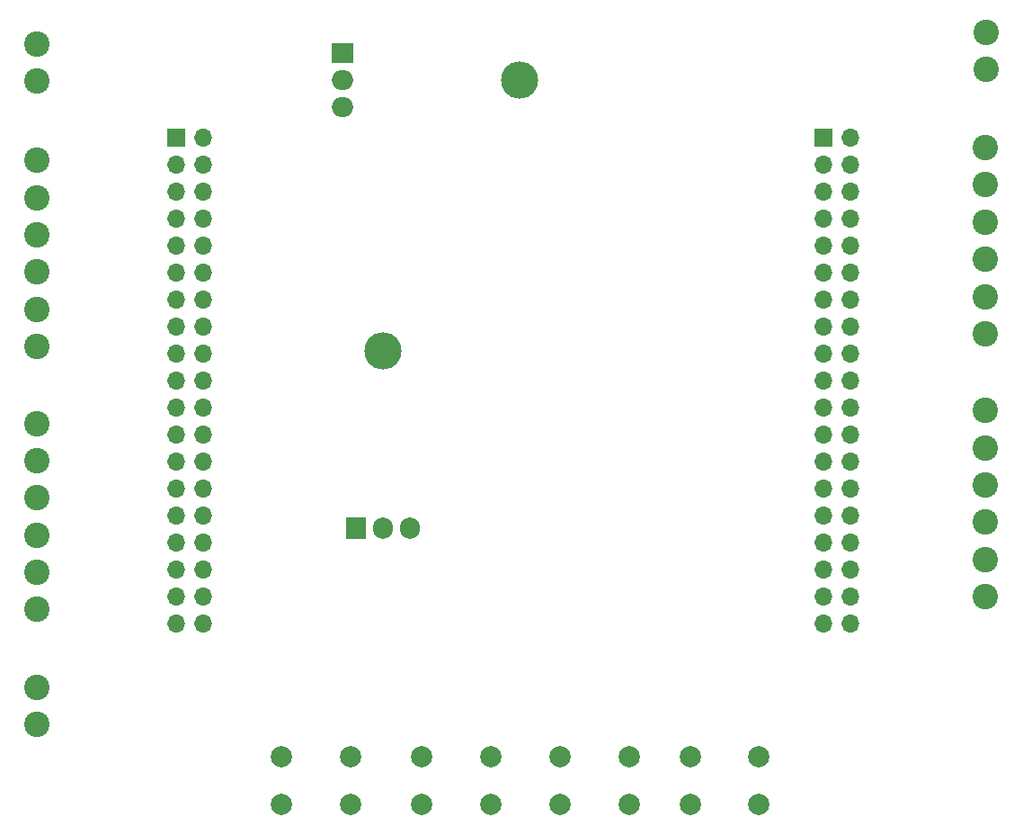
<source format=gbr>
%TF.GenerationSoftware,KiCad,Pcbnew,8.0.4-8.0.4-0~ubuntu22.04.1*%
%TF.CreationDate,2024-08-22T14:24:44+02:00*%
%TF.ProjectId,PCB_robot_controller,5043425f-726f-4626-9f74-5f636f6e7472,rev?*%
%TF.SameCoordinates,Original*%
%TF.FileFunction,Soldermask,Bot*%
%TF.FilePolarity,Negative*%
%FSLAX46Y46*%
G04 Gerber Fmt 4.6, Leading zero omitted, Abs format (unit mm)*
G04 Created by KiCad (PCBNEW 8.0.4-8.0.4-0~ubuntu22.04.1) date 2024-08-22 14:24:44*
%MOMM*%
%LPD*%
G01*
G04 APERTURE LIST*
%ADD10O,3.500000X3.500000*%
%ADD11R,2.000000X1.905000*%
%ADD12O,2.000000X1.905000*%
%ADD13C,2.400000*%
%ADD14C,2.000000*%
%ADD15R,1.905000X2.000000*%
%ADD16O,1.905000X2.000000*%
%ADD17R,1.700000X1.700000*%
%ADD18O,1.700000X1.700000*%
G04 APERTURE END LIST*
D10*
%TO.C,U1*%
X160850000Y-74725000D03*
D11*
X144190000Y-72185000D03*
D12*
X144190000Y-74725000D03*
X144190000Y-77265000D03*
%TD*%
D13*
%TO.C,POWER*%
X115420000Y-71300000D03*
X115420000Y-74800000D03*
%TD*%
D14*
%TO.C,SW4*%
X183420000Y-142850000D03*
X176920000Y-142850000D03*
X183420000Y-138350000D03*
X176920000Y-138350000D03*
%TD*%
D13*
%TO.C,COM*%
X204770000Y-73675000D03*
X204770000Y-70175000D03*
%TD*%
%TO.C,MOTOR4*%
X115420000Y-107010000D03*
X115420000Y-110510000D03*
X115420000Y-114010000D03*
X115420000Y-117510000D03*
X115420000Y-121010000D03*
X115420000Y-124510000D03*
%TD*%
D14*
%TO.C,SW2*%
X158170000Y-142850000D03*
X151670000Y-142850000D03*
X158170000Y-138350000D03*
X151670000Y-138350000D03*
%TD*%
D13*
%TO.C,MOTOR3*%
X115420000Y-82260000D03*
X115420000Y-85760000D03*
X115420000Y-89260000D03*
X115420000Y-92760000D03*
X115420000Y-96260000D03*
X115420000Y-99760000D03*
%TD*%
D10*
%TO.C,Q1*%
X148020000Y-100190000D03*
D15*
X145480000Y-116850000D03*
D16*
X148020000Y-116850000D03*
X150560000Y-116850000D03*
%TD*%
D13*
%TO.C,MOTOR2*%
X204740000Y-123300000D03*
X204740000Y-119800000D03*
X204740000Y-116300000D03*
X204740000Y-112800000D03*
X204740000Y-109300000D03*
X204740000Y-105800000D03*
%TD*%
%TO.C,MOTOR1*%
X204740000Y-98550000D03*
X204740000Y-95050000D03*
X204740000Y-91550000D03*
X204740000Y-88050000D03*
X204740000Y-84550000D03*
X204740000Y-81050000D03*
%TD*%
D14*
%TO.C,SW1*%
X144920000Y-142850000D03*
X138420000Y-142850000D03*
X144920000Y-138350000D03*
X138420000Y-138350000D03*
%TD*%
%TO.C,SW3*%
X171170000Y-142850000D03*
X164670000Y-142850000D03*
X171170000Y-138350000D03*
X164670000Y-138350000D03*
%TD*%
D13*
%TO.C,GRIPPER*%
X115420000Y-131800000D03*
X115420000Y-135300000D03*
%TD*%
D17*
%TO.C,J4*%
X189460000Y-80140000D03*
D18*
X192000000Y-80140000D03*
X189460000Y-82680000D03*
X192000000Y-82680000D03*
X189460000Y-85220000D03*
X192000000Y-85220000D03*
X189460000Y-87760000D03*
X192000000Y-87760000D03*
X189460000Y-90300000D03*
X192000000Y-90300000D03*
X189460000Y-92840000D03*
X192000000Y-92840000D03*
X189460000Y-95380000D03*
X192000000Y-95380000D03*
X189460000Y-97920000D03*
X192000000Y-97920000D03*
X189460000Y-100460000D03*
X192000000Y-100460000D03*
X189460000Y-103000000D03*
X192000000Y-103000000D03*
X189460000Y-105540000D03*
X192000000Y-105540000D03*
X189460000Y-108080000D03*
X192000000Y-108080000D03*
X189460000Y-110620000D03*
X192000000Y-110620000D03*
X189460000Y-113160000D03*
X192000000Y-113160000D03*
X189460000Y-115700000D03*
X192000000Y-115700000D03*
X189460000Y-118240000D03*
X192000000Y-118240000D03*
X189460000Y-120780000D03*
X192000000Y-120780000D03*
X189460000Y-123320000D03*
X192000000Y-123320000D03*
X189460000Y-125860000D03*
X192000000Y-125860000D03*
%TD*%
D17*
%TO.C,J3*%
X128500000Y-80140000D03*
D18*
X131040000Y-80140000D03*
X128500000Y-82680000D03*
X131040000Y-82680000D03*
X128500000Y-85220000D03*
X131040000Y-85220000D03*
X128500000Y-87760000D03*
X131040000Y-87760000D03*
X128500000Y-90300000D03*
X131040000Y-90300000D03*
X128500000Y-92840000D03*
X131040000Y-92840000D03*
X128500000Y-95380000D03*
X131040000Y-95380000D03*
X128500000Y-97920000D03*
X131040000Y-97920000D03*
X128500000Y-100460000D03*
X131040000Y-100460000D03*
X128500000Y-103000000D03*
X131040000Y-103000000D03*
X128500000Y-105540000D03*
X131040000Y-105540000D03*
X128500000Y-108080000D03*
X131040000Y-108080000D03*
X128500000Y-110620000D03*
X131040000Y-110620000D03*
X128500000Y-113160000D03*
X131040000Y-113160000D03*
X128500000Y-115700000D03*
X131040000Y-115700000D03*
X128500000Y-118240000D03*
X131040000Y-118240000D03*
X128500000Y-120780000D03*
X131040000Y-120780000D03*
X128500000Y-123320000D03*
X131040000Y-123320000D03*
X128500000Y-125860000D03*
X131040000Y-125860000D03*
%TD*%
M02*

</source>
